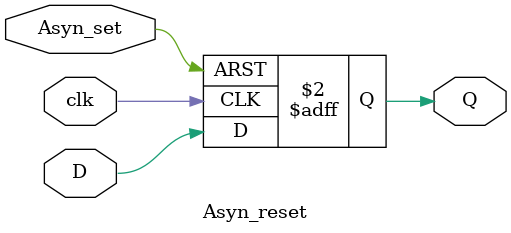
<source format=v>
module Asyn_reset(input clk,Asyn_set,D,output reg Q);

always@(posedge clk,posedge Asyn_set)begin
	if(Asyn_set)
		Q <= 1'b1;
	else
		Q <= D;

end

endmodule

</source>
